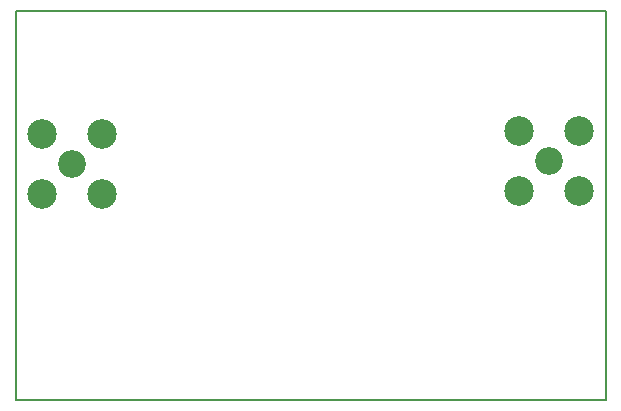
<source format=gbs>
G75*
%MOIN*%
%OFA0B0*%
%FSLAX24Y24*%
%IPPOS*%
%LPD*%
%AMOC8*
5,1,8,0,0,1.08239X$1,22.5*
%
%ADD10C,0.0050*%
%ADD11C,0.0985*%
%ADD12C,0.0926*%
D10*
X001003Y001149D02*
X020688Y001149D01*
X020688Y014141D01*
X001003Y014141D01*
X001003Y001149D01*
D11*
X001893Y008023D03*
X003893Y008023D03*
X003893Y010023D03*
X001893Y010023D03*
X017786Y010133D03*
X019786Y010133D03*
X019786Y008133D03*
X017786Y008133D03*
D12*
X018786Y009133D03*
X002893Y009023D03*
M02*

</source>
